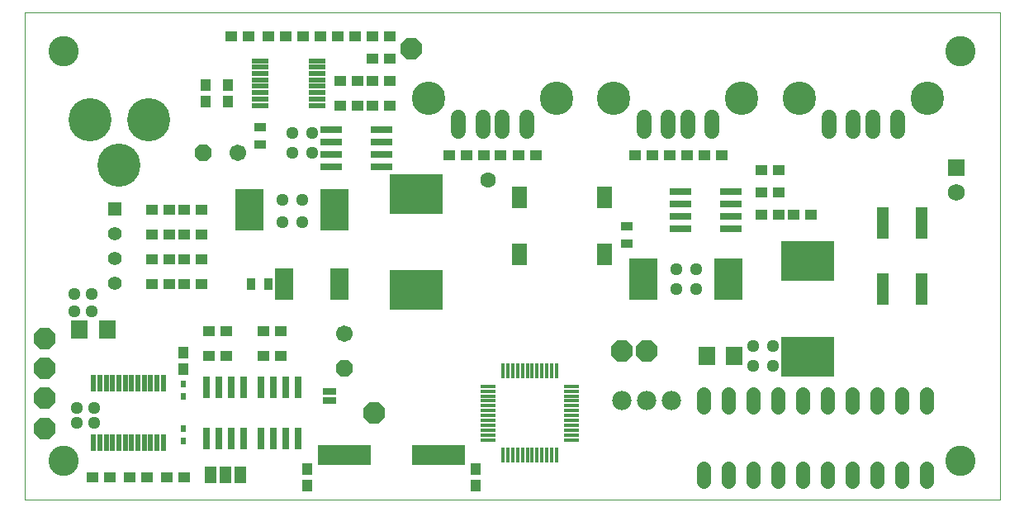
<source format=gts>
G75*
G70*
%OFA0B0*%
%FSLAX24Y24*%
%IPPOS*%
%LPD*%
%AMOC8*
5,1,8,0,0,1.08239X$1,22.5*
%
%ADD10C,0.0000*%
%ADD11R,0.0473X0.0434*%
%ADD12R,0.0670X0.0749*%
%ADD13R,0.0910X0.0280*%
%ADD14C,0.0560*%
%ADD15C,0.0690*%
%ADD16R,0.0690X0.0690*%
%ADD17R,0.0555X0.0555*%
%ADD18C,0.0555*%
%ADD19R,0.0631X0.0138*%
%ADD20R,0.0138X0.0631*%
%ADD21R,0.0670X0.0197*%
%ADD22R,0.0197X0.0690*%
%ADD23R,0.0280X0.0910*%
%ADD24R,0.0670X0.0750*%
%ADD25R,0.0500X0.0670*%
%ADD26OC8,0.0890*%
%ADD27C,0.1740*%
%ADD28R,0.0434X0.0473*%
%ADD29R,0.0512X0.0355*%
%ADD30R,0.1142X0.1694*%
%ADD31R,0.0591X0.0867*%
%ADD32R,0.0355X0.0512*%
%ADD33R,0.2166X0.1615*%
%ADD34R,0.0540X0.0290*%
%ADD35R,0.0237X0.0316*%
%ADD36R,0.2140X0.0800*%
%ADD37C,0.0780*%
%ADD38R,0.0512X0.1300*%
%ADD39R,0.0749X0.1300*%
%ADD40OC8,0.0670*%
%ADD41C,0.0670*%
%ADD42C,0.0614*%
%ADD43C,0.1346*%
%ADD44C,0.1221*%
%ADD45C,0.0512*%
%ADD46C,0.0631*%
D10*
X001240Y001540D02*
X001240Y021225D01*
X040610Y021225D01*
X040610Y001540D01*
X001240Y001540D01*
D11*
X004005Y002440D03*
X004675Y002440D03*
X005505Y002440D03*
X006175Y002440D03*
X007005Y002440D03*
X007675Y002440D03*
X008705Y007340D03*
X009375Y007340D03*
X009375Y008340D03*
X008705Y008340D03*
X010905Y008340D03*
X011575Y008340D03*
X011575Y007340D03*
X010905Y007340D03*
X008375Y010240D03*
X007705Y010240D03*
X007075Y010240D03*
X006405Y010240D03*
X006405Y011240D03*
X007075Y011240D03*
X007705Y011240D03*
X008375Y011240D03*
X008375Y012240D03*
X007705Y012240D03*
X007075Y012240D03*
X006405Y012240D03*
X006405Y013240D03*
X007075Y013240D03*
X007705Y013240D03*
X008375Y013240D03*
X014005Y017440D03*
X014675Y017440D03*
X015305Y017440D03*
X015975Y017440D03*
X015975Y018440D03*
X015305Y018440D03*
X014675Y018440D03*
X014005Y018440D03*
X015305Y019340D03*
X015975Y019340D03*
X015975Y020240D03*
X015305Y020240D03*
X014575Y020240D03*
X013905Y020240D03*
X013175Y020240D03*
X012505Y020240D03*
X011775Y020240D03*
X011105Y020240D03*
X010275Y020240D03*
X009605Y020240D03*
X018405Y015440D03*
X019075Y015440D03*
X019788Y015438D03*
X020457Y015438D03*
X021205Y015440D03*
X021875Y015440D03*
X025905Y015440D03*
X026575Y015440D03*
X027305Y015440D03*
X027975Y015440D03*
X028705Y015440D03*
X029375Y015440D03*
X031005Y014840D03*
X031675Y014840D03*
X031675Y013940D03*
X031005Y013940D03*
X031005Y013040D03*
X031675Y013040D03*
X032305Y013040D03*
X032975Y013040D03*
D12*
X029891Y007340D03*
X028789Y007340D03*
D13*
X029770Y012490D03*
X029770Y012990D03*
X029770Y013490D03*
X029770Y013990D03*
X027710Y013990D03*
X027710Y013490D03*
X027710Y012990D03*
X027710Y012490D03*
X015670Y014990D03*
X015670Y015490D03*
X015670Y015990D03*
X015670Y016490D03*
X013610Y016490D03*
X013610Y015990D03*
X013610Y015490D03*
X013610Y014990D03*
D14*
X028640Y005800D02*
X028640Y005280D01*
X029640Y005280D02*
X029640Y005800D01*
X030640Y005800D02*
X030640Y005280D01*
X031640Y005280D02*
X031640Y005800D01*
X032640Y005800D02*
X032640Y005280D01*
X033640Y005280D02*
X033640Y005800D01*
X034640Y005800D02*
X034640Y005280D01*
X035640Y005280D02*
X035640Y005800D01*
X036640Y005800D02*
X036640Y005280D01*
X037640Y005280D02*
X037640Y005800D01*
X037640Y002800D02*
X037640Y002280D01*
X036640Y002280D02*
X036640Y002800D01*
X035640Y002800D02*
X035640Y002280D01*
X034640Y002280D02*
X034640Y002800D01*
X033640Y002800D02*
X033640Y002280D01*
X032640Y002280D02*
X032640Y002800D01*
X031640Y002800D02*
X031640Y002280D01*
X030640Y002280D02*
X030640Y002800D01*
X029640Y002800D02*
X029640Y002280D01*
X028640Y002280D02*
X028640Y002800D01*
D15*
X038840Y013940D03*
D16*
X038840Y014940D03*
D17*
X004883Y013276D03*
D18*
X004883Y012276D03*
X004883Y011276D03*
X004883Y010276D03*
D19*
X019947Y006123D03*
X019947Y005926D03*
X019947Y005729D03*
X019947Y005532D03*
X019947Y005335D03*
X019947Y005138D03*
X019947Y004942D03*
X019947Y004745D03*
X019947Y004548D03*
X019947Y004351D03*
X019947Y004154D03*
X019947Y003957D03*
X023333Y003957D03*
X023333Y004154D03*
X023333Y004351D03*
X023333Y004548D03*
X023333Y004745D03*
X023333Y004942D03*
X023333Y005138D03*
X023333Y005335D03*
X023333Y005532D03*
X023333Y005729D03*
X023333Y005926D03*
X023333Y006123D03*
D20*
X022723Y006733D03*
X022526Y006733D03*
X022329Y006733D03*
X022132Y006733D03*
X021935Y006733D03*
X021738Y006733D03*
X021542Y006733D03*
X021345Y006733D03*
X021148Y006733D03*
X020951Y006733D03*
X020754Y006733D03*
X020557Y006733D03*
X020557Y003347D03*
X020754Y003347D03*
X020951Y003347D03*
X021148Y003347D03*
X021345Y003347D03*
X021542Y003347D03*
X021738Y003347D03*
X021935Y003347D03*
X022132Y003347D03*
X022329Y003347D03*
X022526Y003347D03*
X022723Y003347D03*
D21*
X013062Y017464D03*
X013062Y017720D03*
X013062Y017976D03*
X013062Y018232D03*
X013062Y018488D03*
X013062Y018744D03*
X013062Y018999D03*
X013062Y019255D03*
X010739Y019255D03*
X010739Y018999D03*
X010739Y018744D03*
X010739Y018488D03*
X010739Y018232D03*
X010739Y017976D03*
X010739Y017720D03*
X010739Y017464D03*
D22*
X006847Y006241D03*
X006592Y006241D03*
X006336Y006241D03*
X006080Y006241D03*
X005824Y006241D03*
X005568Y006241D03*
X005312Y006241D03*
X005056Y006241D03*
X004800Y006241D03*
X004544Y006241D03*
X004288Y006241D03*
X004033Y006241D03*
X004033Y003839D03*
X004288Y003839D03*
X004544Y003839D03*
X004800Y003839D03*
X005056Y003839D03*
X005312Y003839D03*
X005568Y003839D03*
X005824Y003839D03*
X006080Y003839D03*
X006336Y003839D03*
X006592Y003839D03*
X006847Y003839D03*
D23*
X008590Y004010D03*
X009090Y004010D03*
X009590Y004010D03*
X010090Y004010D03*
X010790Y004010D03*
X011290Y004010D03*
X011790Y004010D03*
X012290Y004010D03*
X012290Y006070D03*
X011790Y006070D03*
X011290Y006070D03*
X010790Y006070D03*
X010090Y006070D03*
X009590Y006070D03*
X009090Y006070D03*
X008590Y006070D03*
D24*
X004590Y008411D03*
X003470Y008411D03*
D25*
X008740Y002540D03*
X009340Y002540D03*
X009940Y002540D03*
D26*
X015340Y005040D03*
X025340Y007540D03*
X026340Y007540D03*
X016840Y019740D03*
X002040Y008040D03*
X002040Y006840D03*
X002040Y005640D03*
X002040Y004427D03*
D27*
X005059Y015044D03*
X006240Y016894D03*
X003878Y016894D03*
D28*
X008540Y017605D03*
X009440Y017605D03*
X009440Y018275D03*
X008540Y018275D03*
X007640Y007475D03*
X007640Y006805D03*
X012640Y002775D03*
X012640Y002105D03*
X019440Y002105D03*
X019440Y002775D03*
D29*
X025540Y011886D03*
X025540Y012594D03*
X010740Y015886D03*
X010740Y016594D03*
D30*
X010308Y013240D03*
X013772Y013240D03*
X026208Y010440D03*
X029672Y010440D03*
D31*
X024672Y011440D03*
X021208Y011440D03*
X021208Y013740D03*
X024672Y013740D03*
D32*
X011094Y010240D03*
X010386Y010240D03*
D33*
X017040Y010011D03*
X017040Y013869D03*
X032840Y011169D03*
X032840Y007311D03*
D34*
X013540Y005917D03*
X013540Y005563D03*
D35*
X007640Y005714D03*
X007640Y006226D03*
X007640Y004416D03*
X007640Y003904D03*
D36*
X014140Y003340D03*
X017940Y003340D03*
D37*
X025340Y005540D03*
X026340Y005540D03*
X027340Y005540D03*
D38*
X035886Y010044D03*
X037460Y010044D03*
X037460Y012721D03*
X035886Y012721D03*
D39*
X013942Y010240D03*
X011738Y010240D03*
D40*
X014140Y006840D03*
X008450Y015549D03*
D41*
X009850Y015549D03*
X014140Y008240D03*
D42*
X018760Y016403D02*
X018760Y016977D01*
X019744Y016977D02*
X019744Y016403D01*
X020531Y016403D02*
X020531Y016977D01*
X021516Y016977D02*
X021516Y016403D01*
X026240Y016403D02*
X026240Y016977D01*
X027224Y016977D02*
X027224Y016403D01*
X028012Y016403D02*
X028012Y016977D01*
X028996Y016977D02*
X028996Y016403D01*
X033720Y016403D02*
X033720Y016977D01*
X034705Y016977D02*
X034705Y016403D01*
X035492Y016403D02*
X035492Y016977D01*
X036476Y016977D02*
X036476Y016403D01*
D43*
X037685Y017757D03*
X032512Y017757D03*
X030205Y017757D03*
X025031Y017757D03*
X022724Y017757D03*
X017551Y017757D03*
D44*
X002815Y019650D03*
X002815Y003115D03*
X039035Y003115D03*
X039035Y019650D03*
D45*
X028340Y010840D03*
X027540Y010840D03*
X027540Y010040D03*
X028340Y010040D03*
X030640Y007740D03*
X031440Y007740D03*
X031440Y006940D03*
X030640Y006940D03*
X012840Y015540D03*
X012040Y015540D03*
X012040Y016340D03*
X012840Y016340D03*
X012440Y013640D03*
X011640Y013640D03*
X011640Y012740D03*
X012440Y012740D03*
X003940Y009840D03*
X003240Y009840D03*
X003240Y009140D03*
X003940Y009140D03*
X004040Y005240D03*
X004040Y004640D03*
X003340Y004640D03*
X003340Y005240D03*
D46*
X019940Y014440D03*
M02*

</source>
